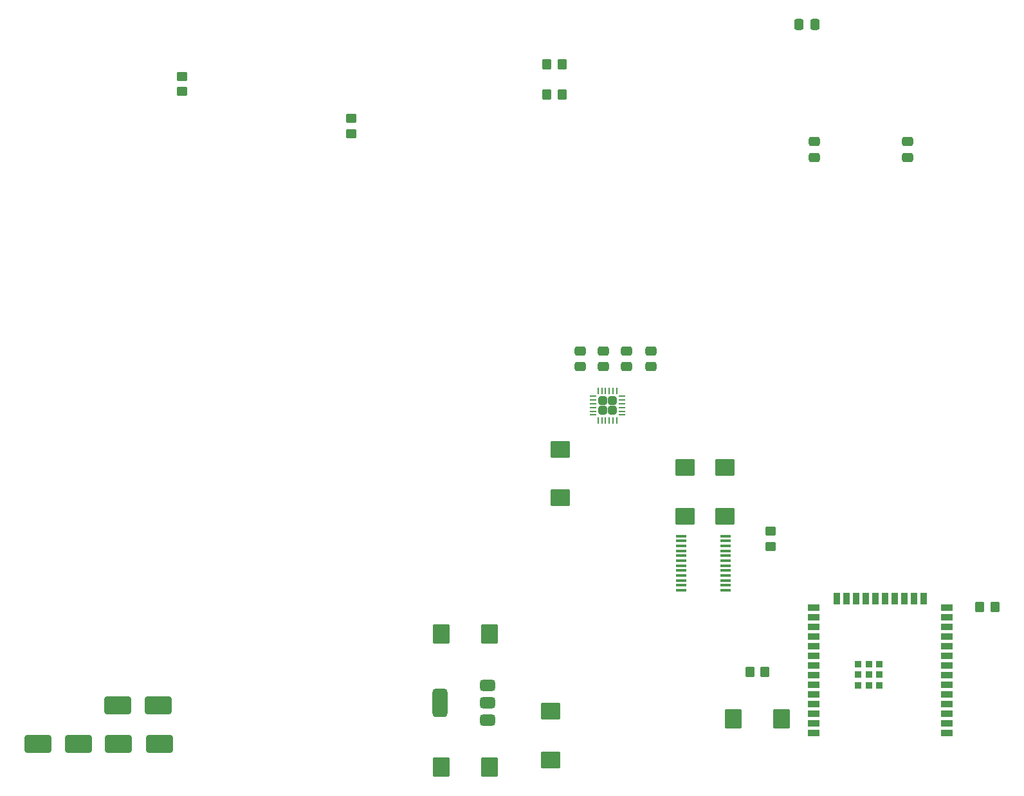
<source format=gbr>
G04 #@! TF.GenerationSoftware,KiCad,Pcbnew,8.0.1*
G04 #@! TF.CreationDate,2024-07-09T16:40:46+03:00*
G04 #@! TF.ProjectId,UA-1_v2,55412d31-5f76-4322-9e6b-696361645f70,rev?*
G04 #@! TF.SameCoordinates,Original*
G04 #@! TF.FileFunction,Paste,Bot*
G04 #@! TF.FilePolarity,Positive*
%FSLAX46Y46*%
G04 Gerber Fmt 4.6, Leading zero omitted, Abs format (unit mm)*
G04 Created by KiCad (PCBNEW 8.0.1) date 2024-07-09 16:40:46*
%MOMM*%
%LPD*%
G01*
G04 APERTURE LIST*
G04 Aperture macros list*
%AMRoundRect*
0 Rectangle with rounded corners*
0 $1 Rounding radius*
0 $2 $3 $4 $5 $6 $7 $8 $9 X,Y pos of 4 corners*
0 Add a 4 corners polygon primitive as box body*
4,1,4,$2,$3,$4,$5,$6,$7,$8,$9,$2,$3,0*
0 Add four circle primitives for the rounded corners*
1,1,$1+$1,$2,$3*
1,1,$1+$1,$4,$5*
1,1,$1+$1,$6,$7*
1,1,$1+$1,$8,$9*
0 Add four rect primitives between the rounded corners*
20,1,$1+$1,$2,$3,$4,$5,0*
20,1,$1+$1,$4,$5,$6,$7,0*
20,1,$1+$1,$6,$7,$8,$9,0*
20,1,$1+$1,$8,$9,$2,$3,0*%
G04 Aperture macros list end*
%ADD10RoundRect,0.250000X0.450000X-0.350000X0.450000X0.350000X-0.450000X0.350000X-0.450000X-0.350000X0*%
%ADD11RoundRect,0.250000X-1.500000X-0.900000X1.500000X-0.900000X1.500000X0.900000X-1.500000X0.900000X0*%
%ADD12RoundRect,0.250000X-0.475000X0.337500X-0.475000X-0.337500X0.475000X-0.337500X0.475000X0.337500X0*%
%ADD13RoundRect,0.250000X0.875000X1.025000X-0.875000X1.025000X-0.875000X-1.025000X0.875000X-1.025000X0*%
%ADD14RoundRect,0.250000X0.350000X0.450000X-0.350000X0.450000X-0.350000X-0.450000X0.350000X-0.450000X0*%
%ADD15RoundRect,0.250000X0.475000X-0.337500X0.475000X0.337500X-0.475000X0.337500X-0.475000X-0.337500X0*%
%ADD16RoundRect,0.250000X1.025000X-0.875000X1.025000X0.875000X-1.025000X0.875000X-1.025000X-0.875000X0*%
%ADD17RoundRect,0.250000X-0.350000X-0.450000X0.350000X-0.450000X0.350000X0.450000X-0.350000X0.450000X0*%
%ADD18RoundRect,0.250000X1.500000X0.900000X-1.500000X0.900000X-1.500000X-0.900000X1.500000X-0.900000X0*%
%ADD19R,1.500000X0.900000*%
%ADD20R,0.900000X1.500000*%
%ADD21R,0.900000X0.900000*%
%ADD22RoundRect,0.375000X0.625000X0.375000X-0.625000X0.375000X-0.625000X-0.375000X0.625000X-0.375000X0*%
%ADD23RoundRect,0.500000X0.500000X1.400000X-0.500000X1.400000X-0.500000X-1.400000X0.500000X-1.400000X0*%
%ADD24RoundRect,0.250000X-0.315000X-0.315000X0.315000X-0.315000X0.315000X0.315000X-0.315000X0.315000X0*%
%ADD25RoundRect,0.062500X-0.350000X-0.062500X0.350000X-0.062500X0.350000X0.062500X-0.350000X0.062500X0*%
%ADD26RoundRect,0.062500X-0.062500X-0.350000X0.062500X-0.350000X0.062500X0.350000X-0.062500X0.350000X0*%
%ADD27RoundRect,0.250000X0.337500X0.475000X-0.337500X0.475000X-0.337500X-0.475000X0.337500X-0.475000X0*%
%ADD28RoundRect,0.250000X-1.025000X0.875000X-1.025000X-0.875000X1.025000X-0.875000X1.025000X0.875000X0*%
%ADD29R,1.475000X0.450000*%
G04 APERTURE END LIST*
D10*
X177000000Y-109500000D03*
X177000000Y-107500000D03*
D11*
X80500000Y-135500000D03*
X85900000Y-135500000D03*
D12*
X182750000Y-56212500D03*
X182750000Y-58287500D03*
D13*
X178450000Y-132250000D03*
X172050000Y-132250000D03*
D14*
X149500000Y-46000000D03*
X147500000Y-46000000D03*
D15*
X158000000Y-85837500D03*
X158000000Y-83762500D03*
D16*
X171000000Y-105500000D03*
X171000000Y-99100000D03*
D17*
X174250000Y-126000000D03*
X176250000Y-126000000D03*
D15*
X155000000Y-85837500D03*
X155000000Y-83762500D03*
D18*
X96400000Y-130400000D03*
X91000000Y-130400000D03*
D16*
X148000000Y-137600000D03*
X148000000Y-131200000D03*
D19*
X182650000Y-134105000D03*
X182650000Y-132835000D03*
X182650000Y-131565000D03*
X182650000Y-130295000D03*
X182650000Y-129025000D03*
X182650000Y-127755000D03*
X182650000Y-126485000D03*
X182650000Y-125215000D03*
X182650000Y-123945000D03*
X182650000Y-122675000D03*
X182650000Y-121405000D03*
X182650000Y-120135000D03*
X182650000Y-118865000D03*
X182650000Y-117595000D03*
D20*
X185690000Y-116345000D03*
X186960000Y-116345000D03*
X188230000Y-116345000D03*
X189500000Y-116345000D03*
X190770000Y-116345000D03*
X192040000Y-116345000D03*
X193310000Y-116345000D03*
X194580000Y-116345000D03*
X195850000Y-116345000D03*
X197120000Y-116345000D03*
D19*
X200150000Y-117595000D03*
X200150000Y-118865000D03*
X200150000Y-120135000D03*
X200150000Y-121405000D03*
X200150000Y-122675000D03*
X200150000Y-123945000D03*
X200150000Y-125215000D03*
X200150000Y-126485000D03*
X200150000Y-127755000D03*
X200150000Y-129025000D03*
X200150000Y-130295000D03*
X200150000Y-131565000D03*
X200150000Y-132835000D03*
X200150000Y-134105000D03*
D21*
X188500000Y-124985000D03*
X188500000Y-126385000D03*
X188500000Y-127785000D03*
X189900000Y-124985000D03*
X189900000Y-126385000D03*
X189900000Y-127785000D03*
X191300000Y-124985000D03*
X191300000Y-126385000D03*
X191300000Y-127785000D03*
D11*
X91100000Y-135500000D03*
X96500000Y-135500000D03*
D22*
X139750000Y-127800000D03*
X139750000Y-130100000D03*
D23*
X133450000Y-130100000D03*
D22*
X139750000Y-132400000D03*
D24*
X154850000Y-90300000D03*
X154850000Y-91600000D03*
X156150000Y-90300000D03*
X156150000Y-91600000D03*
D25*
X153562500Y-92200000D03*
X153562500Y-91700000D03*
X153562500Y-91200000D03*
X153562500Y-90700000D03*
X153562500Y-90200000D03*
X153562500Y-89700000D03*
D26*
X154250000Y-89012500D03*
X154750000Y-89012500D03*
X155250000Y-89012500D03*
X155750000Y-89012500D03*
X156250000Y-89012500D03*
X156750000Y-89012500D03*
D25*
X157437500Y-89700000D03*
X157437500Y-90200000D03*
X157437500Y-90700000D03*
X157437500Y-91200000D03*
X157437500Y-91700000D03*
X157437500Y-92200000D03*
D26*
X156750000Y-92887500D03*
X156250000Y-92887500D03*
X155750000Y-92887500D03*
X155250000Y-92887500D03*
X154750000Y-92887500D03*
X154250000Y-92887500D03*
D10*
X121800000Y-55150000D03*
X121800000Y-53150000D03*
D13*
X140000000Y-138600000D03*
X133600000Y-138600000D03*
D10*
X99500000Y-49600000D03*
X99500000Y-47600000D03*
D27*
X182787500Y-40750000D03*
X180712500Y-40750000D03*
D16*
X165700000Y-105500000D03*
X165700000Y-99100000D03*
D28*
X149300000Y-96700000D03*
X149300000Y-103100000D03*
D15*
X161200000Y-85837500D03*
X161200000Y-83762500D03*
D17*
X204500000Y-117500000D03*
X206500000Y-117500000D03*
D29*
X171038000Y-108125000D03*
X171038000Y-108775000D03*
X171038000Y-109425000D03*
X171038000Y-110075000D03*
X171038000Y-110725000D03*
X171038000Y-111375000D03*
X171038000Y-112025000D03*
X171038000Y-112675000D03*
X171038000Y-113325000D03*
X171038000Y-113975000D03*
X171038000Y-114625000D03*
X171038000Y-115275000D03*
X165162000Y-115275000D03*
X165162000Y-114625000D03*
X165162000Y-113975000D03*
X165162000Y-113325000D03*
X165162000Y-112675000D03*
X165162000Y-112025000D03*
X165162000Y-111375000D03*
X165162000Y-110725000D03*
X165162000Y-110075000D03*
X165162000Y-109425000D03*
X165162000Y-108775000D03*
X165162000Y-108125000D03*
D12*
X195000000Y-56212500D03*
X195000000Y-58287500D03*
D15*
X151900000Y-85837500D03*
X151900000Y-83762500D03*
D17*
X147500000Y-50000000D03*
X149500000Y-50000000D03*
D13*
X140000000Y-121000000D03*
X133600000Y-121000000D03*
M02*

</source>
